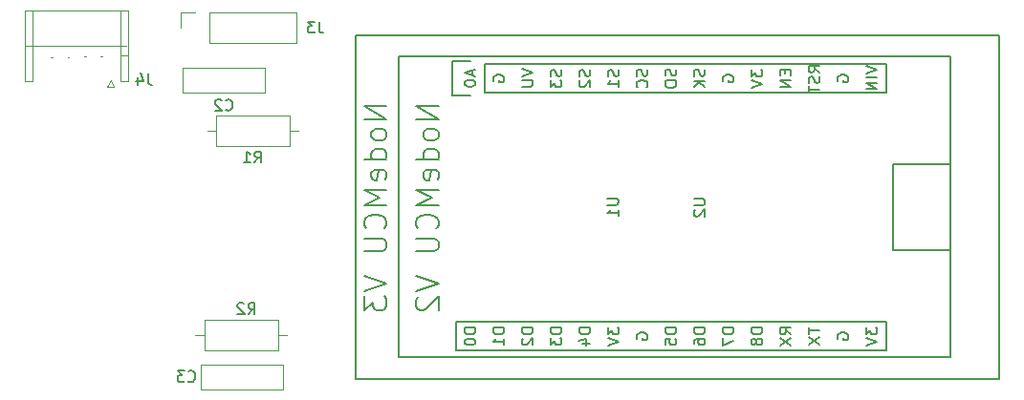
<source format=gbr>
G04 #@! TF.GenerationSoftware,KiCad,Pcbnew,(5.1.4)-1*
G04 #@! TF.CreationDate,2019-09-02T19:22:19+02:00*
G04 #@! TF.ProjectId,DNMS,444e4d53-2e6b-4696-9361-645f70636258,0.9.0*
G04 #@! TF.SameCoordinates,Original*
G04 #@! TF.FileFunction,Legend,Bot*
G04 #@! TF.FilePolarity,Positive*
%FSLAX46Y46*%
G04 Gerber Fmt 4.6, Leading zero omitted, Abs format (unit mm)*
G04 Created by KiCad (PCBNEW (5.1.4)-1) date 2019-09-02 19:22:19*
%MOMM*%
%LPD*%
G04 APERTURE LIST*
%ADD10C,0.120000*%
%ADD11C,0.150000*%
G04 APERTURE END LIST*
D10*
X116976880Y-63090480D02*
X117276880Y-62490480D01*
X117576880Y-63090480D02*
X116976880Y-63090480D01*
X117276880Y-62490480D02*
X117576880Y-63090480D01*
X112126880Y-60450480D02*
X111966880Y-60450480D01*
X109776880Y-59400480D02*
X110096880Y-59400480D01*
X113616880Y-60430480D02*
X113456880Y-60430480D01*
X111956880Y-59400480D02*
X112276880Y-59400480D01*
X112276880Y-59400480D02*
X112596880Y-59400480D01*
X115096880Y-60410480D02*
X114936880Y-60410480D01*
X114456880Y-59400480D02*
X114776880Y-59400480D01*
X114776880Y-59400480D02*
X115096880Y-59400480D01*
X116576880Y-60410480D02*
X116396880Y-60410480D01*
X116956880Y-59400480D02*
X117276880Y-59400480D01*
X117276880Y-59400480D02*
X117596880Y-59400480D01*
X118666880Y-59400480D02*
X109716880Y-59400480D01*
X110366880Y-56300480D02*
X110376880Y-60370480D01*
X118166880Y-60320480D02*
X118806880Y-60320480D01*
X118136880Y-56320480D02*
X118136880Y-60390480D01*
X110376880Y-62530480D02*
X110376880Y-60330480D01*
X109726880Y-62570480D02*
X110376880Y-62570480D01*
X109716880Y-56300480D02*
X109706880Y-62570480D01*
X118836880Y-56300480D02*
X109716880Y-56300480D01*
X118826880Y-62590480D02*
X118826880Y-56300480D01*
X118116880Y-62600480D02*
X118826880Y-62600480D01*
X118116880Y-60350480D02*
X118116880Y-62550480D01*
X132518020Y-89943800D02*
X132518020Y-87703800D01*
X125278020Y-89943800D02*
X125278020Y-87703800D01*
X125278020Y-87703800D02*
X132518020Y-87703800D01*
X125278020Y-89943800D02*
X132518020Y-89943800D01*
X130925440Y-63596380D02*
X130925440Y-61356380D01*
X123685440Y-63596380D02*
X123685440Y-61356380D01*
X123685440Y-61356380D02*
X130925440Y-61356380D01*
X123685440Y-63596380D02*
X130925440Y-63596380D01*
D11*
X195963720Y-89003980D02*
X138963720Y-89003980D01*
X195963720Y-58503980D02*
X195963720Y-89003980D01*
X138963720Y-58503980D02*
X195963720Y-58503980D01*
X138963720Y-59003980D02*
X138963720Y-58503980D01*
X138963720Y-89003980D02*
X138963720Y-59003980D01*
X185938160Y-86433660D02*
X147838160Y-86433660D01*
X147838160Y-86433660D02*
X147838160Y-83893660D01*
X147838160Y-83893660D02*
X185938160Y-83893660D01*
X185938160Y-83893660D02*
X185938160Y-86433660D01*
X147558160Y-60753660D02*
X147558160Y-63853660D01*
X149108160Y-60753660D02*
X147558160Y-60753660D01*
X150378160Y-63573660D02*
X150378160Y-61033660D01*
X147558160Y-63853660D02*
X149108160Y-63853660D01*
X185938160Y-63573660D02*
X150378160Y-63573660D01*
X185938160Y-61033660D02*
X185938160Y-63573660D01*
X150378160Y-61033660D02*
X185938160Y-61033660D01*
X142758160Y-60398660D02*
X142758160Y-87068660D01*
X142758160Y-87068660D02*
X191653160Y-87068660D01*
X191653160Y-87068660D02*
X191653160Y-60398660D01*
X191653160Y-60398660D02*
X142758160Y-60398660D01*
X191653160Y-69923660D02*
X186573160Y-69923660D01*
X186573160Y-69923660D02*
X186573160Y-77543660D01*
X186573160Y-77543660D02*
X191653160Y-77543660D01*
D10*
X132878960Y-85107780D02*
X132108960Y-85107780D01*
X124798960Y-85107780D02*
X125568960Y-85107780D01*
X132108960Y-86477780D02*
X125568960Y-86477780D01*
X132108960Y-83737780D02*
X132108960Y-86477780D01*
X125568960Y-83737780D02*
X132108960Y-83737780D01*
X125568960Y-86477780D02*
X125568960Y-83737780D01*
X133910200Y-66977260D02*
X133140200Y-66977260D01*
X125830200Y-66977260D02*
X126600200Y-66977260D01*
X133140200Y-68347260D02*
X126600200Y-68347260D01*
X133140200Y-65607260D02*
X133140200Y-68347260D01*
X126600200Y-65607260D02*
X133140200Y-65607260D01*
X126600200Y-68347260D02*
X126600200Y-65607260D01*
X123460200Y-56490560D02*
X123460200Y-57820560D01*
X124790200Y-56490560D02*
X123460200Y-56490560D01*
X126060200Y-56490560D02*
X126060200Y-59150560D01*
X126060200Y-59150560D02*
X133740200Y-59150560D01*
X126060200Y-56490560D02*
X133740200Y-56490560D01*
X133740200Y-56490560D02*
X133740200Y-59150560D01*
D11*
X120592173Y-61872880D02*
X120592173Y-62587166D01*
X120639792Y-62730023D01*
X120735030Y-62825261D01*
X120877887Y-62872880D01*
X120973125Y-62872880D01*
X119687411Y-62206214D02*
X119687411Y-62872880D01*
X119925506Y-61825261D02*
X120163601Y-62539547D01*
X119544554Y-62539547D01*
X124151686Y-89153002D02*
X124199305Y-89200621D01*
X124342162Y-89248240D01*
X124437400Y-89248240D01*
X124580258Y-89200621D01*
X124675496Y-89105383D01*
X124723115Y-89010145D01*
X124770734Y-88819669D01*
X124770734Y-88676812D01*
X124723115Y-88486336D01*
X124675496Y-88391098D01*
X124580258Y-88295860D01*
X124437400Y-88248240D01*
X124342162Y-88248240D01*
X124199305Y-88295860D01*
X124151686Y-88343479D01*
X123818353Y-88248240D02*
X123199305Y-88248240D01*
X123532639Y-88629193D01*
X123389781Y-88629193D01*
X123294543Y-88676812D01*
X123246924Y-88724431D01*
X123199305Y-88819669D01*
X123199305Y-89057764D01*
X123246924Y-89153002D01*
X123294543Y-89200621D01*
X123389781Y-89248240D01*
X123675496Y-89248240D01*
X123770734Y-89200621D01*
X123818353Y-89153002D01*
X127472106Y-65083522D02*
X127519725Y-65131141D01*
X127662582Y-65178760D01*
X127757820Y-65178760D01*
X127900678Y-65131141D01*
X127995916Y-65035903D01*
X128043535Y-64940665D01*
X128091154Y-64750189D01*
X128091154Y-64607332D01*
X128043535Y-64416856D01*
X127995916Y-64321618D01*
X127900678Y-64226380D01*
X127757820Y-64178760D01*
X127662582Y-64178760D01*
X127519725Y-64226380D01*
X127472106Y-64273999D01*
X127091154Y-64273999D02*
X127043535Y-64226380D01*
X126948297Y-64178760D01*
X126710201Y-64178760D01*
X126614963Y-64226380D01*
X126567344Y-64273999D01*
X126519725Y-64369237D01*
X126519725Y-64464475D01*
X126567344Y-64607332D01*
X127138773Y-65178760D01*
X126519725Y-65178760D01*
X168916100Y-72992075D02*
X169725624Y-72992075D01*
X169820862Y-73039694D01*
X169868481Y-73087313D01*
X169916100Y-73182551D01*
X169916100Y-73373027D01*
X169868481Y-73468265D01*
X169820862Y-73515884D01*
X169725624Y-73563503D01*
X168916100Y-73563503D01*
X169011339Y-73992075D02*
X168963720Y-74039694D01*
X168916100Y-74134932D01*
X168916100Y-74373027D01*
X168963720Y-74468265D01*
X169011339Y-74515884D01*
X169106577Y-74563503D01*
X169201815Y-74563503D01*
X169344672Y-74515884D01*
X169916100Y-73944456D01*
X169916100Y-74563503D01*
X141707121Y-64789540D02*
X139707121Y-64789540D01*
X141707121Y-65932397D01*
X139707121Y-65932397D01*
X141707121Y-67170492D02*
X141611883Y-66980016D01*
X141516645Y-66884778D01*
X141326169Y-66789540D01*
X140754740Y-66789540D01*
X140564264Y-66884778D01*
X140469026Y-66980016D01*
X140373788Y-67170492D01*
X140373788Y-67456206D01*
X140469026Y-67646682D01*
X140564264Y-67741920D01*
X140754740Y-67837159D01*
X141326169Y-67837159D01*
X141516645Y-67741920D01*
X141611883Y-67646682D01*
X141707121Y-67456206D01*
X141707121Y-67170492D01*
X141707121Y-69551444D02*
X139707121Y-69551444D01*
X141611883Y-69551444D02*
X141707121Y-69360968D01*
X141707121Y-68980016D01*
X141611883Y-68789540D01*
X141516645Y-68694301D01*
X141326169Y-68599063D01*
X140754740Y-68599063D01*
X140564264Y-68694301D01*
X140469026Y-68789540D01*
X140373788Y-68980016D01*
X140373788Y-69360968D01*
X140469026Y-69551444D01*
X141611883Y-71265730D02*
X141707121Y-71075254D01*
X141707121Y-70694301D01*
X141611883Y-70503825D01*
X141421407Y-70408587D01*
X140659502Y-70408587D01*
X140469026Y-70503825D01*
X140373788Y-70694301D01*
X140373788Y-71075254D01*
X140469026Y-71265730D01*
X140659502Y-71360968D01*
X140849979Y-71360968D01*
X141040455Y-70408587D01*
X141707121Y-72218111D02*
X139707121Y-72218111D01*
X141135693Y-72884778D01*
X139707121Y-73551444D01*
X141707121Y-73551444D01*
X141516645Y-75646682D02*
X141611883Y-75551444D01*
X141707121Y-75265730D01*
X141707121Y-75075254D01*
X141611883Y-74789540D01*
X141421407Y-74599063D01*
X141230931Y-74503825D01*
X140849979Y-74408587D01*
X140564264Y-74408587D01*
X140183312Y-74503825D01*
X139992836Y-74599063D01*
X139802360Y-74789540D01*
X139707121Y-75075254D01*
X139707121Y-75265730D01*
X139802360Y-75551444D01*
X139897598Y-75646682D01*
X139707121Y-76503825D02*
X141326169Y-76503825D01*
X141516645Y-76599063D01*
X141611883Y-76694301D01*
X141707121Y-76884778D01*
X141707121Y-77265730D01*
X141611883Y-77456206D01*
X141516645Y-77551444D01*
X141326169Y-77646682D01*
X139707121Y-77646682D01*
X139707121Y-79837159D02*
X141707121Y-80503825D01*
X139707121Y-81170492D01*
X139707121Y-81646682D02*
X139707121Y-82884778D01*
X140469026Y-82218111D01*
X140469026Y-82503825D01*
X140564264Y-82694301D01*
X140659502Y-82789540D01*
X140849979Y-82884778D01*
X141326169Y-82884778D01*
X141516645Y-82789540D01*
X141611883Y-82694301D01*
X141707121Y-82503825D01*
X141707121Y-81932397D01*
X141611883Y-81741920D01*
X141516645Y-81646682D01*
X149596100Y-84445884D02*
X148596100Y-84445884D01*
X148596100Y-84683980D01*
X148643720Y-84826837D01*
X148738958Y-84922075D01*
X148834196Y-84969694D01*
X149024672Y-85017313D01*
X149167529Y-85017313D01*
X149358005Y-84969694D01*
X149453243Y-84922075D01*
X149548481Y-84826837D01*
X149596100Y-84683980D01*
X149596100Y-84445884D01*
X148596100Y-85636360D02*
X148596100Y-85731599D01*
X148643720Y-85826837D01*
X148691339Y-85874456D01*
X148786577Y-85922075D01*
X148977053Y-85969694D01*
X149215148Y-85969694D01*
X149405624Y-85922075D01*
X149500862Y-85874456D01*
X149548481Y-85826837D01*
X149596100Y-85731599D01*
X149596100Y-85636360D01*
X149548481Y-85541122D01*
X149500862Y-85493503D01*
X149405624Y-85445884D01*
X149215148Y-85398265D01*
X148977053Y-85398265D01*
X148786577Y-85445884D01*
X148691339Y-85493503D01*
X148643720Y-85541122D01*
X148596100Y-85636360D01*
X152136100Y-84445884D02*
X151136100Y-84445884D01*
X151136100Y-84683980D01*
X151183720Y-84826837D01*
X151278958Y-84922075D01*
X151374196Y-84969694D01*
X151564672Y-85017313D01*
X151707529Y-85017313D01*
X151898005Y-84969694D01*
X151993243Y-84922075D01*
X152088481Y-84826837D01*
X152136100Y-84683980D01*
X152136100Y-84445884D01*
X152136100Y-85969694D02*
X152136100Y-85398265D01*
X152136100Y-85683980D02*
X151136100Y-85683980D01*
X151278958Y-85588741D01*
X151374196Y-85493503D01*
X151421815Y-85398265D01*
X154676100Y-84445884D02*
X153676100Y-84445884D01*
X153676100Y-84683980D01*
X153723720Y-84826837D01*
X153818958Y-84922075D01*
X153914196Y-84969694D01*
X154104672Y-85017313D01*
X154247529Y-85017313D01*
X154438005Y-84969694D01*
X154533243Y-84922075D01*
X154628481Y-84826837D01*
X154676100Y-84683980D01*
X154676100Y-84445884D01*
X153771339Y-85398265D02*
X153723720Y-85445884D01*
X153676100Y-85541122D01*
X153676100Y-85779218D01*
X153723720Y-85874456D01*
X153771339Y-85922075D01*
X153866577Y-85969694D01*
X153961815Y-85969694D01*
X154104672Y-85922075D01*
X154676100Y-85350646D01*
X154676100Y-85969694D01*
X157216100Y-84445884D02*
X156216100Y-84445884D01*
X156216100Y-84683980D01*
X156263720Y-84826837D01*
X156358958Y-84922075D01*
X156454196Y-84969694D01*
X156644672Y-85017313D01*
X156787529Y-85017313D01*
X156978005Y-84969694D01*
X157073243Y-84922075D01*
X157168481Y-84826837D01*
X157216100Y-84683980D01*
X157216100Y-84445884D01*
X156216100Y-85350646D02*
X156216100Y-85969694D01*
X156597053Y-85636360D01*
X156597053Y-85779218D01*
X156644672Y-85874456D01*
X156692291Y-85922075D01*
X156787529Y-85969694D01*
X157025624Y-85969694D01*
X157120862Y-85922075D01*
X157168481Y-85874456D01*
X157216100Y-85779218D01*
X157216100Y-85493503D01*
X157168481Y-85398265D01*
X157120862Y-85350646D01*
X159756100Y-84445884D02*
X158756100Y-84445884D01*
X158756100Y-84683980D01*
X158803720Y-84826837D01*
X158898958Y-84922075D01*
X158994196Y-84969694D01*
X159184672Y-85017313D01*
X159327529Y-85017313D01*
X159518005Y-84969694D01*
X159613243Y-84922075D01*
X159708481Y-84826837D01*
X159756100Y-84683980D01*
X159756100Y-84445884D01*
X159089434Y-85874456D02*
X159756100Y-85874456D01*
X158708481Y-85636360D02*
X159422767Y-85398265D01*
X159422767Y-86017313D01*
X161296100Y-84422075D02*
X161296100Y-85041122D01*
X161677053Y-84707789D01*
X161677053Y-84850646D01*
X161724672Y-84945884D01*
X161772291Y-84993503D01*
X161867529Y-85041122D01*
X162105624Y-85041122D01*
X162200862Y-84993503D01*
X162248481Y-84945884D01*
X162296100Y-84850646D01*
X162296100Y-84564932D01*
X162248481Y-84469694D01*
X162200862Y-84422075D01*
X161296100Y-85326837D02*
X162296100Y-85660170D01*
X161296100Y-85993503D01*
X163883720Y-85445884D02*
X163836100Y-85350646D01*
X163836100Y-85207789D01*
X163883720Y-85064932D01*
X163978958Y-84969694D01*
X164074196Y-84922075D01*
X164264672Y-84874456D01*
X164407529Y-84874456D01*
X164598005Y-84922075D01*
X164693243Y-84969694D01*
X164788481Y-85064932D01*
X164836100Y-85207789D01*
X164836100Y-85303027D01*
X164788481Y-85445884D01*
X164740862Y-85493503D01*
X164407529Y-85493503D01*
X164407529Y-85303027D01*
X167376100Y-84445884D02*
X166376100Y-84445884D01*
X166376100Y-84683980D01*
X166423720Y-84826837D01*
X166518958Y-84922075D01*
X166614196Y-84969694D01*
X166804672Y-85017313D01*
X166947529Y-85017313D01*
X167138005Y-84969694D01*
X167233243Y-84922075D01*
X167328481Y-84826837D01*
X167376100Y-84683980D01*
X167376100Y-84445884D01*
X166376100Y-85922075D02*
X166376100Y-85445884D01*
X166852291Y-85398265D01*
X166804672Y-85445884D01*
X166757053Y-85541122D01*
X166757053Y-85779218D01*
X166804672Y-85874456D01*
X166852291Y-85922075D01*
X166947529Y-85969694D01*
X167185624Y-85969694D01*
X167280862Y-85922075D01*
X167328481Y-85874456D01*
X167376100Y-85779218D01*
X167376100Y-85541122D01*
X167328481Y-85445884D01*
X167280862Y-85398265D01*
X169916100Y-84445884D02*
X168916100Y-84445884D01*
X168916100Y-84683980D01*
X168963720Y-84826837D01*
X169058958Y-84922075D01*
X169154196Y-84969694D01*
X169344672Y-85017313D01*
X169487529Y-85017313D01*
X169678005Y-84969694D01*
X169773243Y-84922075D01*
X169868481Y-84826837D01*
X169916100Y-84683980D01*
X169916100Y-84445884D01*
X168916100Y-85874456D02*
X168916100Y-85683980D01*
X168963720Y-85588741D01*
X169011339Y-85541122D01*
X169154196Y-85445884D01*
X169344672Y-85398265D01*
X169725624Y-85398265D01*
X169820862Y-85445884D01*
X169868481Y-85493503D01*
X169916100Y-85588741D01*
X169916100Y-85779218D01*
X169868481Y-85874456D01*
X169820862Y-85922075D01*
X169725624Y-85969694D01*
X169487529Y-85969694D01*
X169392291Y-85922075D01*
X169344672Y-85874456D01*
X169297053Y-85779218D01*
X169297053Y-85588741D01*
X169344672Y-85493503D01*
X169392291Y-85445884D01*
X169487529Y-85398265D01*
X172456100Y-84445884D02*
X171456100Y-84445884D01*
X171456100Y-84683980D01*
X171503720Y-84826837D01*
X171598958Y-84922075D01*
X171694196Y-84969694D01*
X171884672Y-85017313D01*
X172027529Y-85017313D01*
X172218005Y-84969694D01*
X172313243Y-84922075D01*
X172408481Y-84826837D01*
X172456100Y-84683980D01*
X172456100Y-84445884D01*
X171456100Y-85350646D02*
X171456100Y-86017313D01*
X172456100Y-85588741D01*
X174996100Y-84445884D02*
X173996100Y-84445884D01*
X173996100Y-84683980D01*
X174043720Y-84826837D01*
X174138958Y-84922075D01*
X174234196Y-84969694D01*
X174424672Y-85017313D01*
X174567529Y-85017313D01*
X174758005Y-84969694D01*
X174853243Y-84922075D01*
X174948481Y-84826837D01*
X174996100Y-84683980D01*
X174996100Y-84445884D01*
X174424672Y-85588741D02*
X174377053Y-85493503D01*
X174329434Y-85445884D01*
X174234196Y-85398265D01*
X174186577Y-85398265D01*
X174091339Y-85445884D01*
X174043720Y-85493503D01*
X173996100Y-85588741D01*
X173996100Y-85779218D01*
X174043720Y-85874456D01*
X174091339Y-85922075D01*
X174186577Y-85969694D01*
X174234196Y-85969694D01*
X174329434Y-85922075D01*
X174377053Y-85874456D01*
X174424672Y-85779218D01*
X174424672Y-85588741D01*
X174472291Y-85493503D01*
X174519910Y-85445884D01*
X174615148Y-85398265D01*
X174805624Y-85398265D01*
X174900862Y-85445884D01*
X174948481Y-85493503D01*
X174996100Y-85588741D01*
X174996100Y-85779218D01*
X174948481Y-85874456D01*
X174900862Y-85922075D01*
X174805624Y-85969694D01*
X174615148Y-85969694D01*
X174519910Y-85922075D01*
X174472291Y-85874456D01*
X174424672Y-85779218D01*
X177536100Y-85017313D02*
X177059910Y-84683980D01*
X177536100Y-84445884D02*
X176536100Y-84445884D01*
X176536100Y-84826837D01*
X176583720Y-84922075D01*
X176631339Y-84969694D01*
X176726577Y-85017313D01*
X176869434Y-85017313D01*
X176964672Y-84969694D01*
X177012291Y-84922075D01*
X177059910Y-84826837D01*
X177059910Y-84445884D01*
X176536100Y-85350646D02*
X177536100Y-86017313D01*
X176536100Y-86017313D02*
X177536100Y-85350646D01*
X179076100Y-84422075D02*
X179076100Y-84993503D01*
X180076100Y-84707789D02*
X179076100Y-84707789D01*
X179076100Y-85231599D02*
X180076100Y-85898265D01*
X179076100Y-85898265D02*
X180076100Y-85231599D01*
X181663720Y-85445884D02*
X181616100Y-85350646D01*
X181616100Y-85207789D01*
X181663720Y-85064932D01*
X181758958Y-84969694D01*
X181854196Y-84922075D01*
X182044672Y-84874456D01*
X182187529Y-84874456D01*
X182378005Y-84922075D01*
X182473243Y-84969694D01*
X182568481Y-85064932D01*
X182616100Y-85207789D01*
X182616100Y-85303027D01*
X182568481Y-85445884D01*
X182520862Y-85493503D01*
X182187529Y-85493503D01*
X182187529Y-85303027D01*
X184156100Y-84422075D02*
X184156100Y-85041122D01*
X184537053Y-84707789D01*
X184537053Y-84850646D01*
X184584672Y-84945884D01*
X184632291Y-84993503D01*
X184727529Y-85041122D01*
X184965624Y-85041122D01*
X185060862Y-84993503D01*
X185108481Y-84945884D01*
X185156100Y-84850646D01*
X185156100Y-84564932D01*
X185108481Y-84469694D01*
X185060862Y-84422075D01*
X184156100Y-85326837D02*
X185156100Y-85660170D01*
X184156100Y-85993503D01*
X149310386Y-61609694D02*
X149310386Y-62085884D01*
X149596100Y-61514456D02*
X148596100Y-61847789D01*
X149596100Y-62181122D01*
X148596100Y-62704932D02*
X148596100Y-62800170D01*
X148643720Y-62895408D01*
X148691339Y-62943027D01*
X148786577Y-62990646D01*
X148977053Y-63038265D01*
X149215148Y-63038265D01*
X149405624Y-62990646D01*
X149500862Y-62943027D01*
X149548481Y-62895408D01*
X149596100Y-62800170D01*
X149596100Y-62704932D01*
X149548481Y-62609694D01*
X149500862Y-62562075D01*
X149405624Y-62514456D01*
X149215148Y-62466837D01*
X148977053Y-62466837D01*
X148786577Y-62514456D01*
X148691339Y-62562075D01*
X148643720Y-62609694D01*
X148596100Y-62704932D01*
X151183720Y-62585884D02*
X151136100Y-62490646D01*
X151136100Y-62347789D01*
X151183720Y-62204932D01*
X151278958Y-62109694D01*
X151374196Y-62062075D01*
X151564672Y-62014456D01*
X151707529Y-62014456D01*
X151898005Y-62062075D01*
X151993243Y-62109694D01*
X152088481Y-62204932D01*
X152136100Y-62347789D01*
X152136100Y-62443027D01*
X152088481Y-62585884D01*
X152040862Y-62633503D01*
X151707529Y-62633503D01*
X151707529Y-62443027D01*
X153676100Y-61466837D02*
X154676100Y-61800170D01*
X153676100Y-62133503D01*
X153676100Y-62466837D02*
X154485624Y-62466837D01*
X154580862Y-62514456D01*
X154628481Y-62562075D01*
X154676100Y-62657313D01*
X154676100Y-62847789D01*
X154628481Y-62943027D01*
X154580862Y-62990646D01*
X154485624Y-63038265D01*
X153676100Y-63038265D01*
X157168481Y-61562075D02*
X157216100Y-61704932D01*
X157216100Y-61943027D01*
X157168481Y-62038265D01*
X157120862Y-62085884D01*
X157025624Y-62133503D01*
X156930386Y-62133503D01*
X156835148Y-62085884D01*
X156787529Y-62038265D01*
X156739910Y-61943027D01*
X156692291Y-61752551D01*
X156644672Y-61657313D01*
X156597053Y-61609694D01*
X156501815Y-61562075D01*
X156406577Y-61562075D01*
X156311339Y-61609694D01*
X156263720Y-61657313D01*
X156216100Y-61752551D01*
X156216100Y-61990646D01*
X156263720Y-62133503D01*
X156216100Y-62466837D02*
X156216100Y-63085884D01*
X156597053Y-62752551D01*
X156597053Y-62895408D01*
X156644672Y-62990646D01*
X156692291Y-63038265D01*
X156787529Y-63085884D01*
X157025624Y-63085884D01*
X157120862Y-63038265D01*
X157168481Y-62990646D01*
X157216100Y-62895408D01*
X157216100Y-62609694D01*
X157168481Y-62514456D01*
X157120862Y-62466837D01*
X159708481Y-61562075D02*
X159756100Y-61704932D01*
X159756100Y-61943027D01*
X159708481Y-62038265D01*
X159660862Y-62085884D01*
X159565624Y-62133503D01*
X159470386Y-62133503D01*
X159375148Y-62085884D01*
X159327529Y-62038265D01*
X159279910Y-61943027D01*
X159232291Y-61752551D01*
X159184672Y-61657313D01*
X159137053Y-61609694D01*
X159041815Y-61562075D01*
X158946577Y-61562075D01*
X158851339Y-61609694D01*
X158803720Y-61657313D01*
X158756100Y-61752551D01*
X158756100Y-61990646D01*
X158803720Y-62133503D01*
X158851339Y-62514456D02*
X158803720Y-62562075D01*
X158756100Y-62657313D01*
X158756100Y-62895408D01*
X158803720Y-62990646D01*
X158851339Y-63038265D01*
X158946577Y-63085884D01*
X159041815Y-63085884D01*
X159184672Y-63038265D01*
X159756100Y-62466837D01*
X159756100Y-63085884D01*
X162248481Y-61562075D02*
X162296100Y-61704932D01*
X162296100Y-61943027D01*
X162248481Y-62038265D01*
X162200862Y-62085884D01*
X162105624Y-62133503D01*
X162010386Y-62133503D01*
X161915148Y-62085884D01*
X161867529Y-62038265D01*
X161819910Y-61943027D01*
X161772291Y-61752551D01*
X161724672Y-61657313D01*
X161677053Y-61609694D01*
X161581815Y-61562075D01*
X161486577Y-61562075D01*
X161391339Y-61609694D01*
X161343720Y-61657313D01*
X161296100Y-61752551D01*
X161296100Y-61990646D01*
X161343720Y-62133503D01*
X162296100Y-63085884D02*
X162296100Y-62514456D01*
X162296100Y-62800170D02*
X161296100Y-62800170D01*
X161438958Y-62704932D01*
X161534196Y-62609694D01*
X161581815Y-62514456D01*
X164788481Y-61538265D02*
X164836100Y-61681122D01*
X164836100Y-61919218D01*
X164788481Y-62014456D01*
X164740862Y-62062075D01*
X164645624Y-62109694D01*
X164550386Y-62109694D01*
X164455148Y-62062075D01*
X164407529Y-62014456D01*
X164359910Y-61919218D01*
X164312291Y-61728741D01*
X164264672Y-61633503D01*
X164217053Y-61585884D01*
X164121815Y-61538265D01*
X164026577Y-61538265D01*
X163931339Y-61585884D01*
X163883720Y-61633503D01*
X163836100Y-61728741D01*
X163836100Y-61966837D01*
X163883720Y-62109694D01*
X164740862Y-63109694D02*
X164788481Y-63062075D01*
X164836100Y-62919218D01*
X164836100Y-62823980D01*
X164788481Y-62681122D01*
X164693243Y-62585884D01*
X164598005Y-62538265D01*
X164407529Y-62490646D01*
X164264672Y-62490646D01*
X164074196Y-62538265D01*
X163978958Y-62585884D01*
X163883720Y-62681122D01*
X163836100Y-62823980D01*
X163836100Y-62919218D01*
X163883720Y-63062075D01*
X163931339Y-63109694D01*
X167328481Y-61514456D02*
X167376100Y-61657313D01*
X167376100Y-61895408D01*
X167328481Y-61990646D01*
X167280862Y-62038265D01*
X167185624Y-62085884D01*
X167090386Y-62085884D01*
X166995148Y-62038265D01*
X166947529Y-61990646D01*
X166899910Y-61895408D01*
X166852291Y-61704932D01*
X166804672Y-61609694D01*
X166757053Y-61562075D01*
X166661815Y-61514456D01*
X166566577Y-61514456D01*
X166471339Y-61562075D01*
X166423720Y-61609694D01*
X166376100Y-61704932D01*
X166376100Y-61943027D01*
X166423720Y-62085884D01*
X166376100Y-62704932D02*
X166376100Y-62895408D01*
X166423720Y-62990646D01*
X166518958Y-63085884D01*
X166709434Y-63133503D01*
X167042767Y-63133503D01*
X167233243Y-63085884D01*
X167328481Y-62990646D01*
X167376100Y-62895408D01*
X167376100Y-62704932D01*
X167328481Y-62609694D01*
X167233243Y-62514456D01*
X167042767Y-62466837D01*
X166709434Y-62466837D01*
X166518958Y-62514456D01*
X166423720Y-62609694D01*
X166376100Y-62704932D01*
X169868481Y-61538265D02*
X169916100Y-61681122D01*
X169916100Y-61919218D01*
X169868481Y-62014456D01*
X169820862Y-62062075D01*
X169725624Y-62109694D01*
X169630386Y-62109694D01*
X169535148Y-62062075D01*
X169487529Y-62014456D01*
X169439910Y-61919218D01*
X169392291Y-61728741D01*
X169344672Y-61633503D01*
X169297053Y-61585884D01*
X169201815Y-61538265D01*
X169106577Y-61538265D01*
X169011339Y-61585884D01*
X168963720Y-61633503D01*
X168916100Y-61728741D01*
X168916100Y-61966837D01*
X168963720Y-62109694D01*
X169916100Y-62538265D02*
X168916100Y-62538265D01*
X169916100Y-63109694D02*
X169344672Y-62681122D01*
X168916100Y-63109694D02*
X169487529Y-62538265D01*
X171503720Y-62585884D02*
X171456100Y-62490646D01*
X171456100Y-62347789D01*
X171503720Y-62204932D01*
X171598958Y-62109694D01*
X171694196Y-62062075D01*
X171884672Y-62014456D01*
X172027529Y-62014456D01*
X172218005Y-62062075D01*
X172313243Y-62109694D01*
X172408481Y-62204932D01*
X172456100Y-62347789D01*
X172456100Y-62443027D01*
X172408481Y-62585884D01*
X172360862Y-62633503D01*
X172027529Y-62633503D01*
X172027529Y-62443027D01*
X173996100Y-61562075D02*
X173996100Y-62181122D01*
X174377053Y-61847789D01*
X174377053Y-61990646D01*
X174424672Y-62085884D01*
X174472291Y-62133503D01*
X174567529Y-62181122D01*
X174805624Y-62181122D01*
X174900862Y-62133503D01*
X174948481Y-62085884D01*
X174996100Y-61990646D01*
X174996100Y-61704932D01*
X174948481Y-61609694D01*
X174900862Y-61562075D01*
X173996100Y-62466837D02*
X174996100Y-62800170D01*
X173996100Y-63133503D01*
X177012291Y-61585884D02*
X177012291Y-61919218D01*
X177536100Y-62062075D02*
X177536100Y-61585884D01*
X176536100Y-61585884D01*
X176536100Y-62062075D01*
X177536100Y-62490646D02*
X176536100Y-62490646D01*
X177536100Y-63062075D01*
X176536100Y-63062075D01*
X180076100Y-61776360D02*
X179599910Y-61443027D01*
X180076100Y-61204932D02*
X179076100Y-61204932D01*
X179076100Y-61585884D01*
X179123720Y-61681122D01*
X179171339Y-61728741D01*
X179266577Y-61776360D01*
X179409434Y-61776360D01*
X179504672Y-61728741D01*
X179552291Y-61681122D01*
X179599910Y-61585884D01*
X179599910Y-61204932D01*
X180028481Y-62157313D02*
X180076100Y-62300170D01*
X180076100Y-62538265D01*
X180028481Y-62633503D01*
X179980862Y-62681122D01*
X179885624Y-62728741D01*
X179790386Y-62728741D01*
X179695148Y-62681122D01*
X179647529Y-62633503D01*
X179599910Y-62538265D01*
X179552291Y-62347789D01*
X179504672Y-62252551D01*
X179457053Y-62204932D01*
X179361815Y-62157313D01*
X179266577Y-62157313D01*
X179171339Y-62204932D01*
X179123720Y-62252551D01*
X179076100Y-62347789D01*
X179076100Y-62585884D01*
X179123720Y-62728741D01*
X179076100Y-63014456D02*
X179076100Y-63585884D01*
X180076100Y-63300170D02*
X179076100Y-63300170D01*
X181663720Y-62585884D02*
X181616100Y-62490646D01*
X181616100Y-62347789D01*
X181663720Y-62204932D01*
X181758958Y-62109694D01*
X181854196Y-62062075D01*
X182044672Y-62014456D01*
X182187529Y-62014456D01*
X182378005Y-62062075D01*
X182473243Y-62109694D01*
X182568481Y-62204932D01*
X182616100Y-62347789D01*
X182616100Y-62443027D01*
X182568481Y-62585884D01*
X182520862Y-62633503D01*
X182187529Y-62633503D01*
X182187529Y-62443027D01*
X184156100Y-61228741D02*
X185156100Y-61562075D01*
X184156100Y-61895408D01*
X185156100Y-62228741D02*
X184156100Y-62228741D01*
X185156100Y-62704932D02*
X184156100Y-62704932D01*
X185156100Y-63276360D01*
X184156100Y-63276360D01*
X161240540Y-72971755D02*
X162050064Y-72971755D01*
X162145302Y-73019374D01*
X162192921Y-73066993D01*
X162240540Y-73162231D01*
X162240540Y-73352707D01*
X162192921Y-73447945D01*
X162145302Y-73495564D01*
X162050064Y-73543183D01*
X161240540Y-73543183D01*
X162240540Y-74543183D02*
X162240540Y-73971755D01*
X162240540Y-74257469D02*
X161240540Y-74257469D01*
X161383398Y-74162231D01*
X161478636Y-74066993D01*
X161526255Y-73971755D01*
X146322301Y-64789540D02*
X144322301Y-64789540D01*
X146322301Y-65932397D01*
X144322301Y-65932397D01*
X146322301Y-67170492D02*
X146227063Y-66980016D01*
X146131825Y-66884778D01*
X145941349Y-66789540D01*
X145369920Y-66789540D01*
X145179444Y-66884778D01*
X145084206Y-66980016D01*
X144988968Y-67170492D01*
X144988968Y-67456206D01*
X145084206Y-67646682D01*
X145179444Y-67741920D01*
X145369920Y-67837159D01*
X145941349Y-67837159D01*
X146131825Y-67741920D01*
X146227063Y-67646682D01*
X146322301Y-67456206D01*
X146322301Y-67170492D01*
X146322301Y-69551444D02*
X144322301Y-69551444D01*
X146227063Y-69551444D02*
X146322301Y-69360968D01*
X146322301Y-68980016D01*
X146227063Y-68789540D01*
X146131825Y-68694301D01*
X145941349Y-68599063D01*
X145369920Y-68599063D01*
X145179444Y-68694301D01*
X145084206Y-68789540D01*
X144988968Y-68980016D01*
X144988968Y-69360968D01*
X145084206Y-69551444D01*
X146227063Y-71265730D02*
X146322301Y-71075254D01*
X146322301Y-70694301D01*
X146227063Y-70503825D01*
X146036587Y-70408587D01*
X145274682Y-70408587D01*
X145084206Y-70503825D01*
X144988968Y-70694301D01*
X144988968Y-71075254D01*
X145084206Y-71265730D01*
X145274682Y-71360968D01*
X145465159Y-71360968D01*
X145655635Y-70408587D01*
X146322301Y-72218111D02*
X144322301Y-72218111D01*
X145750873Y-72884778D01*
X144322301Y-73551444D01*
X146322301Y-73551444D01*
X146131825Y-75646682D02*
X146227063Y-75551444D01*
X146322301Y-75265730D01*
X146322301Y-75075254D01*
X146227063Y-74789540D01*
X146036587Y-74599063D01*
X145846111Y-74503825D01*
X145465159Y-74408587D01*
X145179444Y-74408587D01*
X144798492Y-74503825D01*
X144608016Y-74599063D01*
X144417540Y-74789540D01*
X144322301Y-75075254D01*
X144322301Y-75265730D01*
X144417540Y-75551444D01*
X144512778Y-75646682D01*
X144322301Y-76503825D02*
X145941349Y-76503825D01*
X146131825Y-76599063D01*
X146227063Y-76694301D01*
X146322301Y-76884778D01*
X146322301Y-77265730D01*
X146227063Y-77456206D01*
X146131825Y-77551444D01*
X145941349Y-77646682D01*
X144322301Y-77646682D01*
X144322301Y-79837159D02*
X146322301Y-80503825D01*
X144322301Y-81170492D01*
X144512778Y-81741920D02*
X144417540Y-81837159D01*
X144322301Y-82027635D01*
X144322301Y-82503825D01*
X144417540Y-82694301D01*
X144512778Y-82789540D01*
X144703254Y-82884778D01*
X144893730Y-82884778D01*
X145179444Y-82789540D01*
X146322301Y-81646682D01*
X146322301Y-82884778D01*
X129462826Y-83243680D02*
X129796160Y-82767490D01*
X130034255Y-83243680D02*
X130034255Y-82243680D01*
X129653302Y-82243680D01*
X129558064Y-82291300D01*
X129510445Y-82338919D01*
X129462826Y-82434157D01*
X129462826Y-82577014D01*
X129510445Y-82672252D01*
X129558064Y-82719871D01*
X129653302Y-82767490D01*
X130034255Y-82767490D01*
X129081874Y-82338919D02*
X129034255Y-82291300D01*
X128939017Y-82243680D01*
X128700921Y-82243680D01*
X128605683Y-82291300D01*
X128558064Y-82338919D01*
X128510445Y-82434157D01*
X128510445Y-82529395D01*
X128558064Y-82672252D01*
X129129493Y-83243680D01*
X128510445Y-83243680D01*
X130036866Y-69799640D02*
X130370200Y-69323450D01*
X130608295Y-69799640D02*
X130608295Y-68799640D01*
X130227342Y-68799640D01*
X130132104Y-68847260D01*
X130084485Y-68894879D01*
X130036866Y-68990117D01*
X130036866Y-69132974D01*
X130084485Y-69228212D01*
X130132104Y-69275831D01*
X130227342Y-69323450D01*
X130608295Y-69323450D01*
X129084485Y-69799640D02*
X129655914Y-69799640D01*
X129370200Y-69799640D02*
X129370200Y-68799640D01*
X129465438Y-68942498D01*
X129560676Y-69037736D01*
X129655914Y-69085355D01*
X135733113Y-57280560D02*
X135733113Y-57994846D01*
X135780732Y-58137703D01*
X135875970Y-58232941D01*
X136018827Y-58280560D01*
X136114065Y-58280560D01*
X135352160Y-57280560D02*
X134733113Y-57280560D01*
X135066446Y-57661513D01*
X134923589Y-57661513D01*
X134828351Y-57709132D01*
X134780732Y-57756751D01*
X134733113Y-57851989D01*
X134733113Y-58090084D01*
X134780732Y-58185322D01*
X134828351Y-58232941D01*
X134923589Y-58280560D01*
X135209303Y-58280560D01*
X135304541Y-58232941D01*
X135352160Y-58185322D01*
M02*

</source>
